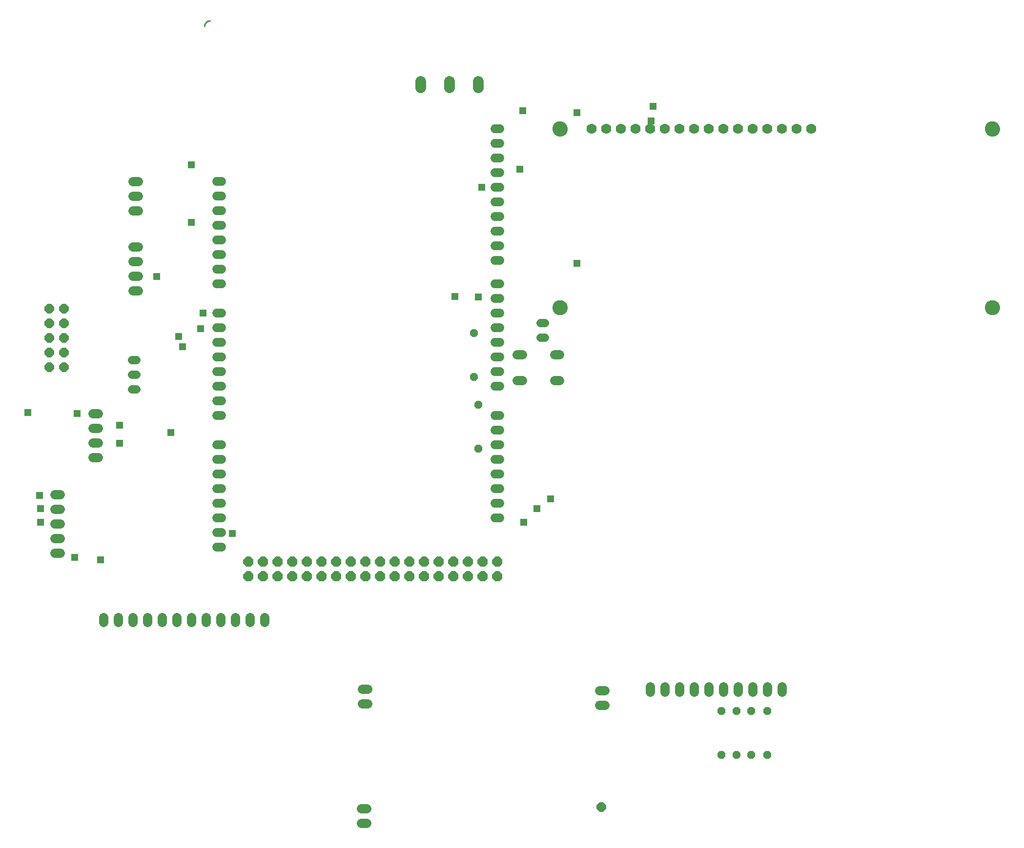
<source format=gts>
G75*
%MOIN*%
%OFA0B0*%
%FSLAX25Y25*%
%IPPOS*%
%LPD*%
%AMOC8*
5,1,8,0,0,1.08239X$1,22.5*
%
%ADD10C,0.01000*%
%ADD11C,0.06000*%
%ADD12OC8,0.07000*%
%ADD13C,0.07487*%
%ADD14OC8,0.05600*%
%ADD15C,0.05600*%
%ADD16C,0.07000*%
%ADD17C,0.00000*%
%ADD18C,0.10243*%
%ADD19C,0.06400*%
%ADD20OC8,0.06400*%
%ADD21R,0.04762X0.04762*%
D10*
X0132100Y0552863D02*
X0132102Y0552987D01*
X0132108Y0553110D01*
X0132117Y0553234D01*
X0132131Y0553356D01*
X0132148Y0553479D01*
X0132170Y0553601D01*
X0132195Y0553722D01*
X0132224Y0553842D01*
X0132256Y0553961D01*
X0132293Y0554080D01*
X0132333Y0554197D01*
X0132376Y0554312D01*
X0132424Y0554427D01*
X0132475Y0554539D01*
X0132529Y0554650D01*
X0132587Y0554760D01*
X0132648Y0554867D01*
X0132713Y0554973D01*
X0132781Y0555076D01*
X0132852Y0555177D01*
X0132926Y0555276D01*
X0133003Y0555373D01*
X0133084Y0555467D01*
X0133167Y0555558D01*
X0133253Y0555647D01*
X0133342Y0555733D01*
X0133433Y0555816D01*
X0133527Y0555897D01*
X0133624Y0555974D01*
X0133723Y0556048D01*
X0133824Y0556119D01*
X0133927Y0556187D01*
X0134033Y0556252D01*
X0134140Y0556313D01*
X0134250Y0556371D01*
X0134361Y0556425D01*
X0134473Y0556476D01*
X0134588Y0556524D01*
X0134703Y0556567D01*
X0134820Y0556607D01*
X0134939Y0556644D01*
X0135058Y0556676D01*
X0135178Y0556705D01*
X0135299Y0556730D01*
X0135421Y0556752D01*
X0135544Y0556769D01*
X0135666Y0556783D01*
X0135790Y0556792D01*
X0135913Y0556798D01*
X0136037Y0556800D01*
D11*
X0140420Y0446800D02*
X0143780Y0446800D01*
X0143780Y0436800D02*
X0140420Y0436800D01*
X0140420Y0426800D02*
X0143780Y0426800D01*
X0143780Y0416800D02*
X0140420Y0416800D01*
X0140420Y0406800D02*
X0143780Y0406800D01*
X0143780Y0396800D02*
X0140420Y0396800D01*
X0140420Y0386800D02*
X0143780Y0386800D01*
X0143780Y0376800D02*
X0140420Y0376800D01*
X0140420Y0356800D02*
X0143780Y0356800D01*
X0143780Y0346800D02*
X0140420Y0346800D01*
X0140420Y0336800D02*
X0143780Y0336800D01*
X0143780Y0326800D02*
X0140420Y0326800D01*
X0140420Y0316800D02*
X0143780Y0316800D01*
X0143780Y0306800D02*
X0140420Y0306800D01*
X0140420Y0296800D02*
X0143780Y0296800D01*
X0143780Y0286800D02*
X0140420Y0286800D01*
X0140420Y0266800D02*
X0143780Y0266800D01*
X0143780Y0256800D02*
X0140420Y0256800D01*
X0140420Y0246800D02*
X0143780Y0246800D01*
X0143780Y0236800D02*
X0140420Y0236800D01*
X0140420Y0226800D02*
X0143780Y0226800D01*
X0143780Y0216800D02*
X0140420Y0216800D01*
X0140420Y0206800D02*
X0143780Y0206800D01*
X0143780Y0196800D02*
X0140420Y0196800D01*
X0330420Y0216800D02*
X0333780Y0216800D01*
X0333780Y0226800D02*
X0330420Y0226800D01*
X0330420Y0236800D02*
X0333780Y0236800D01*
X0333780Y0246800D02*
X0330420Y0246800D01*
X0330420Y0256800D02*
X0333780Y0256800D01*
X0333780Y0266800D02*
X0330420Y0266800D01*
X0330420Y0276800D02*
X0333780Y0276800D01*
X0333780Y0286800D02*
X0330420Y0286800D01*
X0330420Y0306800D02*
X0333780Y0306800D01*
X0333780Y0316800D02*
X0330420Y0316800D01*
X0330420Y0326800D02*
X0333780Y0326800D01*
X0333780Y0336800D02*
X0330420Y0336800D01*
X0330420Y0346800D02*
X0333780Y0346800D01*
X0333780Y0356800D02*
X0330420Y0356800D01*
X0330420Y0366800D02*
X0333780Y0366800D01*
X0333780Y0376800D02*
X0330420Y0376800D01*
X0330420Y0392800D02*
X0333780Y0392800D01*
X0333780Y0402800D02*
X0330420Y0402800D01*
X0330420Y0412800D02*
X0333780Y0412800D01*
X0333780Y0422800D02*
X0330420Y0422800D01*
X0330420Y0432800D02*
X0333780Y0432800D01*
X0333780Y0442800D02*
X0330420Y0442800D01*
X0330420Y0452800D02*
X0333780Y0452800D01*
X0333780Y0462800D02*
X0330420Y0462800D01*
X0330420Y0472800D02*
X0333780Y0472800D01*
X0333780Y0482800D02*
X0330420Y0482800D01*
D12*
X0332100Y0186800D03*
X0322100Y0186800D03*
X0322100Y0176800D03*
X0332100Y0176800D03*
X0312100Y0176800D03*
X0302100Y0176800D03*
X0302100Y0186800D03*
X0312100Y0186800D03*
X0292100Y0186800D03*
X0282100Y0186800D03*
X0282100Y0176800D03*
X0292100Y0176800D03*
X0272100Y0176800D03*
X0262100Y0176800D03*
X0252100Y0176800D03*
X0252100Y0186800D03*
X0262100Y0186800D03*
X0272100Y0186800D03*
X0242100Y0186800D03*
X0232100Y0186800D03*
X0232100Y0176800D03*
X0242100Y0176800D03*
X0222100Y0176800D03*
X0212100Y0176800D03*
X0212100Y0186800D03*
X0222100Y0186800D03*
X0202100Y0186800D03*
X0192100Y0186800D03*
X0192100Y0176800D03*
X0202100Y0176800D03*
X0182100Y0176800D03*
X0172100Y0176800D03*
X0172100Y0186800D03*
X0182100Y0186800D03*
X0162100Y0186800D03*
X0162100Y0176800D03*
D13*
X0279915Y0511083D02*
X0279915Y0515335D01*
X0299600Y0515335D02*
X0299600Y0511083D01*
X0319285Y0511083D02*
X0319285Y0515335D01*
D14*
X0316100Y0343300D03*
X0316100Y0313300D03*
X0319100Y0294300D03*
X0319100Y0264300D03*
X0485100Y0084800D03*
X0495600Y0084800D03*
X0505600Y0084800D03*
X0516600Y0084800D03*
X0516600Y0054800D03*
X0505600Y0054800D03*
X0495600Y0054800D03*
X0485100Y0054800D03*
D15*
X0364660Y0340300D02*
X0361540Y0340300D01*
X0361540Y0350300D02*
X0364660Y0350300D01*
X0085660Y0324800D02*
X0082540Y0324800D01*
X0082540Y0314800D02*
X0085660Y0314800D01*
X0085660Y0304800D02*
X0082540Y0304800D01*
D16*
X0396616Y0482824D03*
X0406616Y0482824D03*
X0416616Y0482824D03*
X0426616Y0482824D03*
X0436616Y0482824D03*
X0446616Y0482824D03*
X0456616Y0482824D03*
X0466616Y0482824D03*
X0476616Y0482824D03*
X0486616Y0482824D03*
X0496616Y0482824D03*
X0506616Y0482824D03*
X0516616Y0482824D03*
X0526616Y0482824D03*
X0536616Y0482824D03*
X0546616Y0482824D03*
D17*
X0665317Y0482824D02*
X0665319Y0482964D01*
X0665325Y0483104D01*
X0665335Y0483243D01*
X0665349Y0483382D01*
X0665367Y0483521D01*
X0665388Y0483659D01*
X0665414Y0483797D01*
X0665444Y0483934D01*
X0665477Y0484069D01*
X0665515Y0484204D01*
X0665556Y0484338D01*
X0665601Y0484471D01*
X0665649Y0484602D01*
X0665702Y0484731D01*
X0665758Y0484860D01*
X0665817Y0484986D01*
X0665881Y0485111D01*
X0665947Y0485234D01*
X0666018Y0485355D01*
X0666091Y0485474D01*
X0666168Y0485591D01*
X0666249Y0485705D01*
X0666332Y0485817D01*
X0666419Y0485927D01*
X0666509Y0486035D01*
X0666601Y0486139D01*
X0666697Y0486241D01*
X0666796Y0486341D01*
X0666897Y0486437D01*
X0667001Y0486531D01*
X0667108Y0486621D01*
X0667217Y0486708D01*
X0667329Y0486793D01*
X0667443Y0486874D01*
X0667559Y0486952D01*
X0667677Y0487026D01*
X0667798Y0487097D01*
X0667920Y0487165D01*
X0668045Y0487229D01*
X0668171Y0487290D01*
X0668298Y0487347D01*
X0668428Y0487400D01*
X0668559Y0487450D01*
X0668691Y0487495D01*
X0668824Y0487538D01*
X0668959Y0487576D01*
X0669094Y0487610D01*
X0669231Y0487641D01*
X0669368Y0487668D01*
X0669506Y0487690D01*
X0669645Y0487709D01*
X0669784Y0487724D01*
X0669923Y0487735D01*
X0670063Y0487742D01*
X0670203Y0487745D01*
X0670343Y0487744D01*
X0670483Y0487739D01*
X0670622Y0487730D01*
X0670762Y0487717D01*
X0670901Y0487700D01*
X0671039Y0487679D01*
X0671177Y0487655D01*
X0671314Y0487626D01*
X0671450Y0487594D01*
X0671585Y0487557D01*
X0671719Y0487517D01*
X0671852Y0487473D01*
X0671983Y0487425D01*
X0672113Y0487374D01*
X0672242Y0487319D01*
X0672369Y0487260D01*
X0672494Y0487197D01*
X0672617Y0487132D01*
X0672739Y0487062D01*
X0672858Y0486989D01*
X0672976Y0486913D01*
X0673091Y0486834D01*
X0673204Y0486751D01*
X0673314Y0486665D01*
X0673422Y0486576D01*
X0673527Y0486484D01*
X0673630Y0486389D01*
X0673730Y0486291D01*
X0673827Y0486191D01*
X0673921Y0486087D01*
X0674013Y0485981D01*
X0674101Y0485873D01*
X0674186Y0485762D01*
X0674268Y0485648D01*
X0674347Y0485532D01*
X0674422Y0485415D01*
X0674494Y0485295D01*
X0674562Y0485173D01*
X0674627Y0485049D01*
X0674689Y0484923D01*
X0674747Y0484796D01*
X0674801Y0484667D01*
X0674852Y0484536D01*
X0674898Y0484404D01*
X0674941Y0484271D01*
X0674981Y0484137D01*
X0675016Y0484002D01*
X0675048Y0483865D01*
X0675075Y0483728D01*
X0675099Y0483590D01*
X0675119Y0483452D01*
X0675135Y0483313D01*
X0675147Y0483173D01*
X0675155Y0483034D01*
X0675159Y0482894D01*
X0675159Y0482754D01*
X0675155Y0482614D01*
X0675147Y0482475D01*
X0675135Y0482335D01*
X0675119Y0482196D01*
X0675099Y0482058D01*
X0675075Y0481920D01*
X0675048Y0481783D01*
X0675016Y0481646D01*
X0674981Y0481511D01*
X0674941Y0481377D01*
X0674898Y0481244D01*
X0674852Y0481112D01*
X0674801Y0480981D01*
X0674747Y0480852D01*
X0674689Y0480725D01*
X0674627Y0480599D01*
X0674562Y0480475D01*
X0674494Y0480353D01*
X0674422Y0480233D01*
X0674347Y0480116D01*
X0674268Y0480000D01*
X0674186Y0479886D01*
X0674101Y0479775D01*
X0674013Y0479667D01*
X0673921Y0479561D01*
X0673827Y0479457D01*
X0673730Y0479357D01*
X0673630Y0479259D01*
X0673527Y0479164D01*
X0673422Y0479072D01*
X0673314Y0478983D01*
X0673204Y0478897D01*
X0673091Y0478814D01*
X0672976Y0478735D01*
X0672858Y0478659D01*
X0672739Y0478586D01*
X0672617Y0478516D01*
X0672494Y0478451D01*
X0672369Y0478388D01*
X0672242Y0478329D01*
X0672113Y0478274D01*
X0671983Y0478223D01*
X0671852Y0478175D01*
X0671719Y0478131D01*
X0671585Y0478091D01*
X0671450Y0478054D01*
X0671314Y0478022D01*
X0671177Y0477993D01*
X0671039Y0477969D01*
X0670901Y0477948D01*
X0670762Y0477931D01*
X0670622Y0477918D01*
X0670483Y0477909D01*
X0670343Y0477904D01*
X0670203Y0477903D01*
X0670063Y0477906D01*
X0669923Y0477913D01*
X0669784Y0477924D01*
X0669645Y0477939D01*
X0669506Y0477958D01*
X0669368Y0477980D01*
X0669231Y0478007D01*
X0669094Y0478038D01*
X0668959Y0478072D01*
X0668824Y0478110D01*
X0668691Y0478153D01*
X0668559Y0478198D01*
X0668428Y0478248D01*
X0668298Y0478301D01*
X0668171Y0478358D01*
X0668045Y0478419D01*
X0667920Y0478483D01*
X0667798Y0478551D01*
X0667677Y0478622D01*
X0667559Y0478696D01*
X0667443Y0478774D01*
X0667329Y0478855D01*
X0667217Y0478940D01*
X0667108Y0479027D01*
X0667001Y0479117D01*
X0666897Y0479211D01*
X0666796Y0479307D01*
X0666697Y0479407D01*
X0666601Y0479509D01*
X0666509Y0479613D01*
X0666419Y0479721D01*
X0666332Y0479831D01*
X0666249Y0479943D01*
X0666168Y0480057D01*
X0666091Y0480174D01*
X0666018Y0480293D01*
X0665947Y0480414D01*
X0665881Y0480537D01*
X0665817Y0480662D01*
X0665758Y0480788D01*
X0665702Y0480917D01*
X0665649Y0481046D01*
X0665601Y0481177D01*
X0665556Y0481310D01*
X0665515Y0481444D01*
X0665477Y0481579D01*
X0665444Y0481714D01*
X0665414Y0481851D01*
X0665388Y0481989D01*
X0665367Y0482127D01*
X0665349Y0482266D01*
X0665335Y0482405D01*
X0665325Y0482544D01*
X0665319Y0482684D01*
X0665317Y0482824D01*
X0665317Y0360776D02*
X0665319Y0360916D01*
X0665325Y0361056D01*
X0665335Y0361195D01*
X0665349Y0361334D01*
X0665367Y0361473D01*
X0665388Y0361611D01*
X0665414Y0361749D01*
X0665444Y0361886D01*
X0665477Y0362021D01*
X0665515Y0362156D01*
X0665556Y0362290D01*
X0665601Y0362423D01*
X0665649Y0362554D01*
X0665702Y0362683D01*
X0665758Y0362812D01*
X0665817Y0362938D01*
X0665881Y0363063D01*
X0665947Y0363186D01*
X0666018Y0363307D01*
X0666091Y0363426D01*
X0666168Y0363543D01*
X0666249Y0363657D01*
X0666332Y0363769D01*
X0666419Y0363879D01*
X0666509Y0363987D01*
X0666601Y0364091D01*
X0666697Y0364193D01*
X0666796Y0364293D01*
X0666897Y0364389D01*
X0667001Y0364483D01*
X0667108Y0364573D01*
X0667217Y0364660D01*
X0667329Y0364745D01*
X0667443Y0364826D01*
X0667559Y0364904D01*
X0667677Y0364978D01*
X0667798Y0365049D01*
X0667920Y0365117D01*
X0668045Y0365181D01*
X0668171Y0365242D01*
X0668298Y0365299D01*
X0668428Y0365352D01*
X0668559Y0365402D01*
X0668691Y0365447D01*
X0668824Y0365490D01*
X0668959Y0365528D01*
X0669094Y0365562D01*
X0669231Y0365593D01*
X0669368Y0365620D01*
X0669506Y0365642D01*
X0669645Y0365661D01*
X0669784Y0365676D01*
X0669923Y0365687D01*
X0670063Y0365694D01*
X0670203Y0365697D01*
X0670343Y0365696D01*
X0670483Y0365691D01*
X0670622Y0365682D01*
X0670762Y0365669D01*
X0670901Y0365652D01*
X0671039Y0365631D01*
X0671177Y0365607D01*
X0671314Y0365578D01*
X0671450Y0365546D01*
X0671585Y0365509D01*
X0671719Y0365469D01*
X0671852Y0365425D01*
X0671983Y0365377D01*
X0672113Y0365326D01*
X0672242Y0365271D01*
X0672369Y0365212D01*
X0672494Y0365149D01*
X0672617Y0365084D01*
X0672739Y0365014D01*
X0672858Y0364941D01*
X0672976Y0364865D01*
X0673091Y0364786D01*
X0673204Y0364703D01*
X0673314Y0364617D01*
X0673422Y0364528D01*
X0673527Y0364436D01*
X0673630Y0364341D01*
X0673730Y0364243D01*
X0673827Y0364143D01*
X0673921Y0364039D01*
X0674013Y0363933D01*
X0674101Y0363825D01*
X0674186Y0363714D01*
X0674268Y0363600D01*
X0674347Y0363484D01*
X0674422Y0363367D01*
X0674494Y0363247D01*
X0674562Y0363125D01*
X0674627Y0363001D01*
X0674689Y0362875D01*
X0674747Y0362748D01*
X0674801Y0362619D01*
X0674852Y0362488D01*
X0674898Y0362356D01*
X0674941Y0362223D01*
X0674981Y0362089D01*
X0675016Y0361954D01*
X0675048Y0361817D01*
X0675075Y0361680D01*
X0675099Y0361542D01*
X0675119Y0361404D01*
X0675135Y0361265D01*
X0675147Y0361125D01*
X0675155Y0360986D01*
X0675159Y0360846D01*
X0675159Y0360706D01*
X0675155Y0360566D01*
X0675147Y0360427D01*
X0675135Y0360287D01*
X0675119Y0360148D01*
X0675099Y0360010D01*
X0675075Y0359872D01*
X0675048Y0359735D01*
X0675016Y0359598D01*
X0674981Y0359463D01*
X0674941Y0359329D01*
X0674898Y0359196D01*
X0674852Y0359064D01*
X0674801Y0358933D01*
X0674747Y0358804D01*
X0674689Y0358677D01*
X0674627Y0358551D01*
X0674562Y0358427D01*
X0674494Y0358305D01*
X0674422Y0358185D01*
X0674347Y0358068D01*
X0674268Y0357952D01*
X0674186Y0357838D01*
X0674101Y0357727D01*
X0674013Y0357619D01*
X0673921Y0357513D01*
X0673827Y0357409D01*
X0673730Y0357309D01*
X0673630Y0357211D01*
X0673527Y0357116D01*
X0673422Y0357024D01*
X0673314Y0356935D01*
X0673204Y0356849D01*
X0673091Y0356766D01*
X0672976Y0356687D01*
X0672858Y0356611D01*
X0672739Y0356538D01*
X0672617Y0356468D01*
X0672494Y0356403D01*
X0672369Y0356340D01*
X0672242Y0356281D01*
X0672113Y0356226D01*
X0671983Y0356175D01*
X0671852Y0356127D01*
X0671719Y0356083D01*
X0671585Y0356043D01*
X0671450Y0356006D01*
X0671314Y0355974D01*
X0671177Y0355945D01*
X0671039Y0355921D01*
X0670901Y0355900D01*
X0670762Y0355883D01*
X0670622Y0355870D01*
X0670483Y0355861D01*
X0670343Y0355856D01*
X0670203Y0355855D01*
X0670063Y0355858D01*
X0669923Y0355865D01*
X0669784Y0355876D01*
X0669645Y0355891D01*
X0669506Y0355910D01*
X0669368Y0355932D01*
X0669231Y0355959D01*
X0669094Y0355990D01*
X0668959Y0356024D01*
X0668824Y0356062D01*
X0668691Y0356105D01*
X0668559Y0356150D01*
X0668428Y0356200D01*
X0668298Y0356253D01*
X0668171Y0356310D01*
X0668045Y0356371D01*
X0667920Y0356435D01*
X0667798Y0356503D01*
X0667677Y0356574D01*
X0667559Y0356648D01*
X0667443Y0356726D01*
X0667329Y0356807D01*
X0667217Y0356892D01*
X0667108Y0356979D01*
X0667001Y0357069D01*
X0666897Y0357163D01*
X0666796Y0357259D01*
X0666697Y0357359D01*
X0666601Y0357461D01*
X0666509Y0357565D01*
X0666419Y0357673D01*
X0666332Y0357783D01*
X0666249Y0357895D01*
X0666168Y0358009D01*
X0666091Y0358126D01*
X0666018Y0358245D01*
X0665947Y0358366D01*
X0665881Y0358489D01*
X0665817Y0358614D01*
X0665758Y0358740D01*
X0665702Y0358869D01*
X0665649Y0358998D01*
X0665601Y0359129D01*
X0665556Y0359262D01*
X0665515Y0359396D01*
X0665477Y0359531D01*
X0665444Y0359666D01*
X0665414Y0359803D01*
X0665388Y0359941D01*
X0665367Y0360079D01*
X0665349Y0360218D01*
X0665335Y0360357D01*
X0665325Y0360496D01*
X0665319Y0360636D01*
X0665317Y0360776D01*
X0370041Y0360776D02*
X0370043Y0360916D01*
X0370049Y0361056D01*
X0370059Y0361195D01*
X0370073Y0361334D01*
X0370091Y0361473D01*
X0370112Y0361611D01*
X0370138Y0361749D01*
X0370168Y0361886D01*
X0370201Y0362021D01*
X0370239Y0362156D01*
X0370280Y0362290D01*
X0370325Y0362423D01*
X0370373Y0362554D01*
X0370426Y0362683D01*
X0370482Y0362812D01*
X0370541Y0362938D01*
X0370605Y0363063D01*
X0370671Y0363186D01*
X0370742Y0363307D01*
X0370815Y0363426D01*
X0370892Y0363543D01*
X0370973Y0363657D01*
X0371056Y0363769D01*
X0371143Y0363879D01*
X0371233Y0363987D01*
X0371325Y0364091D01*
X0371421Y0364193D01*
X0371520Y0364293D01*
X0371621Y0364389D01*
X0371725Y0364483D01*
X0371832Y0364573D01*
X0371941Y0364660D01*
X0372053Y0364745D01*
X0372167Y0364826D01*
X0372283Y0364904D01*
X0372401Y0364978D01*
X0372522Y0365049D01*
X0372644Y0365117D01*
X0372769Y0365181D01*
X0372895Y0365242D01*
X0373022Y0365299D01*
X0373152Y0365352D01*
X0373283Y0365402D01*
X0373415Y0365447D01*
X0373548Y0365490D01*
X0373683Y0365528D01*
X0373818Y0365562D01*
X0373955Y0365593D01*
X0374092Y0365620D01*
X0374230Y0365642D01*
X0374369Y0365661D01*
X0374508Y0365676D01*
X0374647Y0365687D01*
X0374787Y0365694D01*
X0374927Y0365697D01*
X0375067Y0365696D01*
X0375207Y0365691D01*
X0375346Y0365682D01*
X0375486Y0365669D01*
X0375625Y0365652D01*
X0375763Y0365631D01*
X0375901Y0365607D01*
X0376038Y0365578D01*
X0376174Y0365546D01*
X0376309Y0365509D01*
X0376443Y0365469D01*
X0376576Y0365425D01*
X0376707Y0365377D01*
X0376837Y0365326D01*
X0376966Y0365271D01*
X0377093Y0365212D01*
X0377218Y0365149D01*
X0377341Y0365084D01*
X0377463Y0365014D01*
X0377582Y0364941D01*
X0377700Y0364865D01*
X0377815Y0364786D01*
X0377928Y0364703D01*
X0378038Y0364617D01*
X0378146Y0364528D01*
X0378251Y0364436D01*
X0378354Y0364341D01*
X0378454Y0364243D01*
X0378551Y0364143D01*
X0378645Y0364039D01*
X0378737Y0363933D01*
X0378825Y0363825D01*
X0378910Y0363714D01*
X0378992Y0363600D01*
X0379071Y0363484D01*
X0379146Y0363367D01*
X0379218Y0363247D01*
X0379286Y0363125D01*
X0379351Y0363001D01*
X0379413Y0362875D01*
X0379471Y0362748D01*
X0379525Y0362619D01*
X0379576Y0362488D01*
X0379622Y0362356D01*
X0379665Y0362223D01*
X0379705Y0362089D01*
X0379740Y0361954D01*
X0379772Y0361817D01*
X0379799Y0361680D01*
X0379823Y0361542D01*
X0379843Y0361404D01*
X0379859Y0361265D01*
X0379871Y0361125D01*
X0379879Y0360986D01*
X0379883Y0360846D01*
X0379883Y0360706D01*
X0379879Y0360566D01*
X0379871Y0360427D01*
X0379859Y0360287D01*
X0379843Y0360148D01*
X0379823Y0360010D01*
X0379799Y0359872D01*
X0379772Y0359735D01*
X0379740Y0359598D01*
X0379705Y0359463D01*
X0379665Y0359329D01*
X0379622Y0359196D01*
X0379576Y0359064D01*
X0379525Y0358933D01*
X0379471Y0358804D01*
X0379413Y0358677D01*
X0379351Y0358551D01*
X0379286Y0358427D01*
X0379218Y0358305D01*
X0379146Y0358185D01*
X0379071Y0358068D01*
X0378992Y0357952D01*
X0378910Y0357838D01*
X0378825Y0357727D01*
X0378737Y0357619D01*
X0378645Y0357513D01*
X0378551Y0357409D01*
X0378454Y0357309D01*
X0378354Y0357211D01*
X0378251Y0357116D01*
X0378146Y0357024D01*
X0378038Y0356935D01*
X0377928Y0356849D01*
X0377815Y0356766D01*
X0377700Y0356687D01*
X0377582Y0356611D01*
X0377463Y0356538D01*
X0377341Y0356468D01*
X0377218Y0356403D01*
X0377093Y0356340D01*
X0376966Y0356281D01*
X0376837Y0356226D01*
X0376707Y0356175D01*
X0376576Y0356127D01*
X0376443Y0356083D01*
X0376309Y0356043D01*
X0376174Y0356006D01*
X0376038Y0355974D01*
X0375901Y0355945D01*
X0375763Y0355921D01*
X0375625Y0355900D01*
X0375486Y0355883D01*
X0375346Y0355870D01*
X0375207Y0355861D01*
X0375067Y0355856D01*
X0374927Y0355855D01*
X0374787Y0355858D01*
X0374647Y0355865D01*
X0374508Y0355876D01*
X0374369Y0355891D01*
X0374230Y0355910D01*
X0374092Y0355932D01*
X0373955Y0355959D01*
X0373818Y0355990D01*
X0373683Y0356024D01*
X0373548Y0356062D01*
X0373415Y0356105D01*
X0373283Y0356150D01*
X0373152Y0356200D01*
X0373022Y0356253D01*
X0372895Y0356310D01*
X0372769Y0356371D01*
X0372644Y0356435D01*
X0372522Y0356503D01*
X0372401Y0356574D01*
X0372283Y0356648D01*
X0372167Y0356726D01*
X0372053Y0356807D01*
X0371941Y0356892D01*
X0371832Y0356979D01*
X0371725Y0357069D01*
X0371621Y0357163D01*
X0371520Y0357259D01*
X0371421Y0357359D01*
X0371325Y0357461D01*
X0371233Y0357565D01*
X0371143Y0357673D01*
X0371056Y0357783D01*
X0370973Y0357895D01*
X0370892Y0358009D01*
X0370815Y0358126D01*
X0370742Y0358245D01*
X0370671Y0358366D01*
X0370605Y0358489D01*
X0370541Y0358614D01*
X0370482Y0358740D01*
X0370426Y0358869D01*
X0370373Y0358998D01*
X0370325Y0359129D01*
X0370280Y0359262D01*
X0370239Y0359396D01*
X0370201Y0359531D01*
X0370168Y0359666D01*
X0370138Y0359803D01*
X0370112Y0359941D01*
X0370091Y0360079D01*
X0370073Y0360218D01*
X0370059Y0360357D01*
X0370049Y0360496D01*
X0370043Y0360636D01*
X0370041Y0360776D01*
X0370041Y0482824D02*
X0370043Y0482964D01*
X0370049Y0483104D01*
X0370059Y0483243D01*
X0370073Y0483382D01*
X0370091Y0483521D01*
X0370112Y0483659D01*
X0370138Y0483797D01*
X0370168Y0483934D01*
X0370201Y0484069D01*
X0370239Y0484204D01*
X0370280Y0484338D01*
X0370325Y0484471D01*
X0370373Y0484602D01*
X0370426Y0484731D01*
X0370482Y0484860D01*
X0370541Y0484986D01*
X0370605Y0485111D01*
X0370671Y0485234D01*
X0370742Y0485355D01*
X0370815Y0485474D01*
X0370892Y0485591D01*
X0370973Y0485705D01*
X0371056Y0485817D01*
X0371143Y0485927D01*
X0371233Y0486035D01*
X0371325Y0486139D01*
X0371421Y0486241D01*
X0371520Y0486341D01*
X0371621Y0486437D01*
X0371725Y0486531D01*
X0371832Y0486621D01*
X0371941Y0486708D01*
X0372053Y0486793D01*
X0372167Y0486874D01*
X0372283Y0486952D01*
X0372401Y0487026D01*
X0372522Y0487097D01*
X0372644Y0487165D01*
X0372769Y0487229D01*
X0372895Y0487290D01*
X0373022Y0487347D01*
X0373152Y0487400D01*
X0373283Y0487450D01*
X0373415Y0487495D01*
X0373548Y0487538D01*
X0373683Y0487576D01*
X0373818Y0487610D01*
X0373955Y0487641D01*
X0374092Y0487668D01*
X0374230Y0487690D01*
X0374369Y0487709D01*
X0374508Y0487724D01*
X0374647Y0487735D01*
X0374787Y0487742D01*
X0374927Y0487745D01*
X0375067Y0487744D01*
X0375207Y0487739D01*
X0375346Y0487730D01*
X0375486Y0487717D01*
X0375625Y0487700D01*
X0375763Y0487679D01*
X0375901Y0487655D01*
X0376038Y0487626D01*
X0376174Y0487594D01*
X0376309Y0487557D01*
X0376443Y0487517D01*
X0376576Y0487473D01*
X0376707Y0487425D01*
X0376837Y0487374D01*
X0376966Y0487319D01*
X0377093Y0487260D01*
X0377218Y0487197D01*
X0377341Y0487132D01*
X0377463Y0487062D01*
X0377582Y0486989D01*
X0377700Y0486913D01*
X0377815Y0486834D01*
X0377928Y0486751D01*
X0378038Y0486665D01*
X0378146Y0486576D01*
X0378251Y0486484D01*
X0378354Y0486389D01*
X0378454Y0486291D01*
X0378551Y0486191D01*
X0378645Y0486087D01*
X0378737Y0485981D01*
X0378825Y0485873D01*
X0378910Y0485762D01*
X0378992Y0485648D01*
X0379071Y0485532D01*
X0379146Y0485415D01*
X0379218Y0485295D01*
X0379286Y0485173D01*
X0379351Y0485049D01*
X0379413Y0484923D01*
X0379471Y0484796D01*
X0379525Y0484667D01*
X0379576Y0484536D01*
X0379622Y0484404D01*
X0379665Y0484271D01*
X0379705Y0484137D01*
X0379740Y0484002D01*
X0379772Y0483865D01*
X0379799Y0483728D01*
X0379823Y0483590D01*
X0379843Y0483452D01*
X0379859Y0483313D01*
X0379871Y0483173D01*
X0379879Y0483034D01*
X0379883Y0482894D01*
X0379883Y0482754D01*
X0379879Y0482614D01*
X0379871Y0482475D01*
X0379859Y0482335D01*
X0379843Y0482196D01*
X0379823Y0482058D01*
X0379799Y0481920D01*
X0379772Y0481783D01*
X0379740Y0481646D01*
X0379705Y0481511D01*
X0379665Y0481377D01*
X0379622Y0481244D01*
X0379576Y0481112D01*
X0379525Y0480981D01*
X0379471Y0480852D01*
X0379413Y0480725D01*
X0379351Y0480599D01*
X0379286Y0480475D01*
X0379218Y0480353D01*
X0379146Y0480233D01*
X0379071Y0480116D01*
X0378992Y0480000D01*
X0378910Y0479886D01*
X0378825Y0479775D01*
X0378737Y0479667D01*
X0378645Y0479561D01*
X0378551Y0479457D01*
X0378454Y0479357D01*
X0378354Y0479259D01*
X0378251Y0479164D01*
X0378146Y0479072D01*
X0378038Y0478983D01*
X0377928Y0478897D01*
X0377815Y0478814D01*
X0377700Y0478735D01*
X0377582Y0478659D01*
X0377463Y0478586D01*
X0377341Y0478516D01*
X0377218Y0478451D01*
X0377093Y0478388D01*
X0376966Y0478329D01*
X0376837Y0478274D01*
X0376707Y0478223D01*
X0376576Y0478175D01*
X0376443Y0478131D01*
X0376309Y0478091D01*
X0376174Y0478054D01*
X0376038Y0478022D01*
X0375901Y0477993D01*
X0375763Y0477969D01*
X0375625Y0477948D01*
X0375486Y0477931D01*
X0375346Y0477918D01*
X0375207Y0477909D01*
X0375067Y0477904D01*
X0374927Y0477903D01*
X0374787Y0477906D01*
X0374647Y0477913D01*
X0374508Y0477924D01*
X0374369Y0477939D01*
X0374230Y0477958D01*
X0374092Y0477980D01*
X0373955Y0478007D01*
X0373818Y0478038D01*
X0373683Y0478072D01*
X0373548Y0478110D01*
X0373415Y0478153D01*
X0373283Y0478198D01*
X0373152Y0478248D01*
X0373022Y0478301D01*
X0372895Y0478358D01*
X0372769Y0478419D01*
X0372644Y0478483D01*
X0372522Y0478551D01*
X0372401Y0478622D01*
X0372283Y0478696D01*
X0372167Y0478774D01*
X0372053Y0478855D01*
X0371941Y0478940D01*
X0371832Y0479027D01*
X0371725Y0479117D01*
X0371621Y0479211D01*
X0371520Y0479307D01*
X0371421Y0479407D01*
X0371325Y0479509D01*
X0371233Y0479613D01*
X0371143Y0479721D01*
X0371056Y0479831D01*
X0370973Y0479943D01*
X0370892Y0480057D01*
X0370815Y0480174D01*
X0370742Y0480293D01*
X0370671Y0480414D01*
X0370605Y0480537D01*
X0370541Y0480662D01*
X0370482Y0480788D01*
X0370426Y0480917D01*
X0370373Y0481046D01*
X0370325Y0481177D01*
X0370280Y0481310D01*
X0370239Y0481444D01*
X0370201Y0481579D01*
X0370168Y0481714D01*
X0370138Y0481851D01*
X0370112Y0481989D01*
X0370091Y0482127D01*
X0370073Y0482266D01*
X0370059Y0482405D01*
X0370049Y0482544D01*
X0370043Y0482684D01*
X0370041Y0482824D01*
D18*
X0374962Y0482824D03*
X0374962Y0360776D03*
X0670238Y0360776D03*
X0670238Y0482824D03*
D19*
X0063100Y0149100D02*
X0063100Y0145500D01*
X0073100Y0145500D02*
X0073100Y0149100D01*
X0083100Y0149100D02*
X0083100Y0145500D01*
X0093100Y0145500D02*
X0093100Y0149100D01*
X0103100Y0149100D02*
X0103100Y0145500D01*
X0113100Y0145500D02*
X0113100Y0149100D01*
X0123100Y0149100D02*
X0123100Y0145500D01*
X0133100Y0145500D02*
X0133100Y0149100D01*
X0143100Y0149100D02*
X0143100Y0145500D01*
X0153100Y0145500D02*
X0153100Y0149100D01*
X0163100Y0149100D02*
X0163100Y0145500D01*
X0173100Y0145500D02*
X0173100Y0149100D01*
X0239800Y0099800D02*
X0243400Y0099800D01*
X0243400Y0089800D02*
X0239800Y0089800D01*
X0239300Y0018300D02*
X0242900Y0018300D01*
X0242900Y0008300D02*
X0239300Y0008300D01*
X0401800Y0088800D02*
X0405400Y0088800D01*
X0405400Y0098800D02*
X0401800Y0098800D01*
X0436600Y0098000D02*
X0436600Y0101600D01*
X0446600Y0101600D02*
X0446600Y0098000D01*
X0456600Y0098000D02*
X0456600Y0101600D01*
X0466600Y0101600D02*
X0466600Y0098000D01*
X0476600Y0098000D02*
X0476600Y0101600D01*
X0486600Y0101600D02*
X0486600Y0098000D01*
X0496600Y0098000D02*
X0496600Y0101600D01*
X0506600Y0101600D02*
X0506600Y0098000D01*
X0516600Y0098000D02*
X0516600Y0101600D01*
X0526600Y0101600D02*
X0526600Y0098000D01*
X0374700Y0310900D02*
X0371100Y0310900D01*
X0371100Y0328700D02*
X0374700Y0328700D01*
X0349100Y0328700D02*
X0345500Y0328700D01*
X0345500Y0310900D02*
X0349100Y0310900D01*
X0086900Y0372300D02*
X0083300Y0372300D01*
X0083300Y0382300D02*
X0086900Y0382300D01*
X0086900Y0392300D02*
X0083300Y0392300D01*
X0083300Y0402300D02*
X0086900Y0402300D01*
X0086900Y0426800D02*
X0083300Y0426800D01*
X0083300Y0436800D02*
X0086900Y0436800D01*
X0086900Y0446800D02*
X0083300Y0446800D01*
X0059400Y0288300D02*
X0055800Y0288300D01*
X0055800Y0278300D02*
X0059400Y0278300D01*
X0059400Y0268300D02*
X0055800Y0268300D01*
X0055800Y0258300D02*
X0059400Y0258300D01*
X0033400Y0232800D02*
X0029800Y0232800D01*
X0029800Y0222800D02*
X0033400Y0222800D01*
X0033400Y0212800D02*
X0029800Y0212800D01*
X0029800Y0202800D02*
X0033400Y0202800D01*
X0033400Y0192800D02*
X0029800Y0192800D01*
D20*
X0026100Y0319800D03*
X0026100Y0329800D03*
X0026100Y0339800D03*
X0026100Y0349800D03*
X0026100Y0359800D03*
X0036100Y0359800D03*
X0036100Y0349800D03*
X0036100Y0339800D03*
X0036100Y0329800D03*
X0036100Y0319800D03*
X0403100Y0019300D03*
D21*
X0350100Y0213800D03*
X0359100Y0223300D03*
X0368600Y0229800D03*
X0319100Y0367800D03*
X0303100Y0368300D03*
X0321600Y0442800D03*
X0347600Y0455300D03*
X0386600Y0493800D03*
X0349600Y0495300D03*
X0437100Y0488300D03*
X0438600Y0498300D03*
X0386600Y0390800D03*
X0151100Y0206300D03*
X0109100Y0275300D03*
X0074100Y0280300D03*
X0074100Y0267800D03*
X0045100Y0288300D03*
X0011600Y0288800D03*
X0019600Y0232300D03*
X0020100Y0223300D03*
X0020100Y0213800D03*
X0043600Y0189800D03*
X0061100Y0188300D03*
X0117100Y0333800D03*
X0114600Y0340800D03*
X0129600Y0346300D03*
X0131100Y0356800D03*
X0099600Y0381800D03*
X0123100Y0418800D03*
X0123100Y0458300D03*
M02*

</source>
